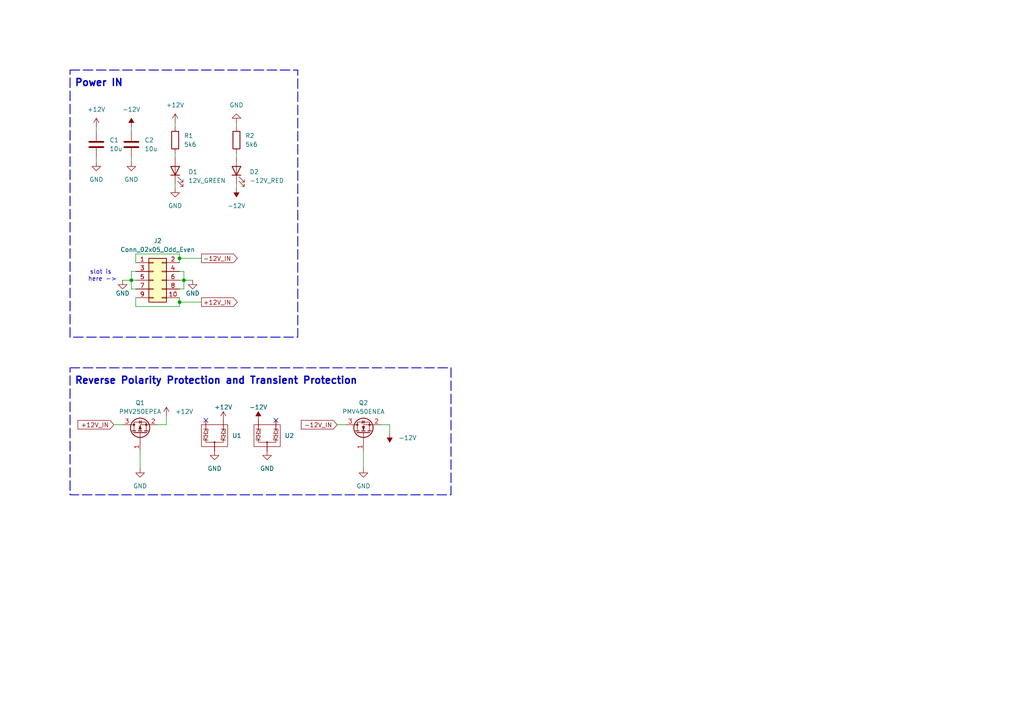
<source format=kicad_sch>
(kicad_sch (version 20231120) (generator "eeschema") (generator_version "8.0")
  (paper "A4")
  (title_block (title "Analog Computer Division Module") (date "2025-01-09") (rev "1"))
  (lib_symbols
    (symbol "Analog_computing:VCAN16A2-03S-E3-08" (pin_numbers hide) (pin_names (offset 0) hide)
      (property "Reference" "U" (at -1.27 0 0))
      (symbol "VCAN16A2-03S-E3-08_0_1"
        (polyline (pts (xy 0 -2.54) (xy 0.635 -2.54)))
        (polyline (pts (xy 0 2.54) (xy 0.635 2.54)))
        (polyline (pts (xy -1.27 -3.175) (xy -1.27 -1.905) (xy -0.635 -1.905)))
        (polyline (pts (xy -1.27 1.905) (xy -1.27 3.175) (xy -0.635 3.175)))
        (polyline (pts (xy 1.905 -1.905) (xy 1.905 -3.175) (xy 1.27 -3.175)))
        (polyline (pts (xy 1.905 3.175) (xy 1.905 1.905) (xy 1.27 1.905)))
        (polyline (pts (xy -1.27 -2.54) (xy 0 -1.905) (xy 0 -3.175) (xy -1.27 -2.54)))
        (polyline (pts (xy -1.27 2.54) (xy 0 3.175) (xy 0 1.905) (xy -1.27 2.54)))
        (polyline (pts (xy 0.635 -3.175) (xy 0.635 -1.905) (xy 1.905 -2.54) (xy 0.635 -3.175)))
        (polyline (pts (xy 0.635 3.175) (xy 0.635 1.905) (xy 1.905 2.54) (xy 0.635 3.175)))
        (polyline (pts (xy 1.905 2.54) (xy 2.54 2.54) (xy 2.54 -2.54) (xy 1.905 -2.54)))
      )
      (symbol "VCAN16A2-03S-E3-08_1_1"
        (rectangle (start -2.54 3.81) (end 3.81 -3.81))
        (circle (center 2.54 0) (radius 0.254) (stroke (width -0.0001)) (fill (type outline)))
        (pin input line (at -3.81 2.54 0) (length 2.54) (name "IN1") (number "1"))
        (pin input line (at -3.81 -2.54 0) (length 2.54) (name "IN2") (number "2"))
        (pin input line (at 5.08 0 180) (length 2.54) (name "OUT") (number "3"))
      )
    )
    (symbol "Connector_Generic:Conn_02x05_Odd_Even" (pin_names (offset 1.016) hide)
      (property "Reference" "J" (at 1.27 7.62 0))
      (property "Value" "Conn_02x05_Odd_Even" (at 1.27 -7.62 0))
      (symbol "Conn_02x05_Odd_Even_1_1"
        (rectangle (start -1.27 -4.953) (end 0 -5.207) (stroke (width 0.1524)))
        (rectangle (start -1.27 -2.413) (end 0 -2.667) (stroke (width 0.1524)))
        (rectangle (start -1.27 0.127) (end 0 -0.127) (stroke (width 0.1524)))
        (rectangle (start -1.27 2.667) (end 0 2.413) (stroke (width 0.1524)))
        (rectangle (start -1.27 5.207) (end 0 4.953) (stroke (width 0.1524)))
        (rectangle (start -1.27 6.35) (end 3.81 -6.35) (stroke (width 0.254)) (fill (type background)))
        (rectangle (start 3.81 -4.953) (end 2.54 -5.207) (stroke (width 0.1524)))
        (rectangle (start 3.81 -2.413) (end 2.54 -2.667) (stroke (width 0.1524)))
        (rectangle (start 3.81 0.127) (end 2.54 -0.127) (stroke (width 0.1524)))
        (rectangle (start 3.81 2.667) (end 2.54 2.413) (stroke (width 0.1524)))
        (rectangle (start 3.81 5.207) (end 2.54 4.953) (stroke (width 0.1524)))
        (pin passive line (at -5.08 5.08 0) (length 3.81) (name "Pin_1") (number "1"))
        (pin passive line (at 7.62 -5.08 180) (length 3.81) (name "Pin_10") (number "10"))
        (pin passive line (at 7.62 5.08 180) (length 3.81) (name "Pin_2") (number "2"))
        (pin passive line (at -5.08 2.54 0) (length 3.81) (name "Pin_3") (number "3"))
        (pin passive line (at 7.62 2.54 180) (length 3.81) (name "Pin_4") (number "4"))
        (pin passive line (at -5.08 0 0) (length 3.81) (name "Pin_5") (number "5"))
        (pin passive line (at 7.62 0 180) (length 3.81) (name "Pin_6") (number "6"))
        (pin passive line (at -5.08 -2.54 0) (length 3.81) (name "Pin_7") (number "7"))
        (pin passive line (at 7.62 -2.54 180) (length 3.81) (name "Pin_8") (number "8"))
        (pin passive line (at -5.08 -5.08 0) (length 3.81) (name "Pin_9") (number "9"))
      )
    )
    (symbol "Device:C" (pin_numbers hide) (pin_names (offset 0.254))
      (property "Reference" "C" (at 0.635 2.54 0))
      (property "Value" "C" (at 0.635 -2.54 0))
      (symbol "C_0_1"
        (polyline (pts (xy -2.032 -0.762) (xy 2.032 -0.762)) (stroke (width 0.508)))
        (polyline (pts (xy -2.032 0.762) (xy 2.032 0.762)) (stroke (width 0.508)))
      )
      (symbol "C_1_1"
        (pin passive line (at 0 3.81 270) (length 2.794) (name "~") (number "1"))
        (pin passive line (at 0 -3.81 90) (length 2.794) (name "~") (number "2"))
      )
    )
    (symbol "Device:LED" (pin_numbers hide) (pin_names (offset 1.016) hide)
      (property "Reference" "D" (at 0 2.54 0))
      (property "Value" "LED" (at 0 -2.54 0))
      (symbol "LED_0_1"
        (polyline (pts (xy -1.27 -1.27) (xy -1.27 1.27)) (stroke (width 0.254)))
        (polyline (pts (xy -1.27 0) (xy 1.27 0)))
        (polyline (pts (xy 1.27 -1.27) (xy 1.27 1.27) (xy -1.27 0) (xy 1.27 -1.27)) (stroke (width 0.254)))
        (polyline (pts (xy -3.048 -0.762) (xy -4.572 -2.286) (xy -3.81 -2.286) (xy -4.572 -2.286) (xy -4.572 -1.524)))
        (polyline (pts (xy -1.778 -0.762) (xy -3.302 -2.286) (xy -2.54 -2.286) (xy -3.302 -2.286) (xy -3.302 -1.524)))
      )
      (symbol "LED_1_1"
        (pin passive line (at -3.81 0 0) (length 2.54) (name "K") (number "1"))
        (pin passive line (at 3.81 0 180) (length 2.54) (name "A") (number "2"))
      )
    )
    (symbol "Device:Q_NMOS_GSD" (pin_names (offset 0) hide)
      (property "Reference" "Q" (at 5.08 1.27 0))
      (property "Value" "Q_NMOS_GSD" (at 5.08 -1.27 0))
      (symbol "Q_NMOS_GSD_0_1"
        (polyline (pts (xy 0.254 0) (xy -2.54 0)))
        (polyline (pts (xy 0.254 1.905) (xy 0.254 -1.905)) (stroke (width 0.254)))
        (polyline (pts (xy 0.762 -1.27) (xy 0.762 -2.286)) (stroke (width 0.254)))
        (polyline (pts (xy 0.762 0.508) (xy 0.762 -0.508)) (stroke (width 0.254)))
        (polyline (pts (xy 0.762 2.286) (xy 0.762 1.27)) (stroke (width 0.254)))
        (polyline (pts (xy 2.54 2.54) (xy 2.54 1.778)))
        (polyline (pts (xy 2.54 -2.54) (xy 2.54 0) (xy 0.762 0)))
        (polyline (pts (xy 0.762 -1.778) (xy 3.302 -1.778) (xy 3.302 1.778) (xy 0.762 1.778)))
        (polyline (pts (xy 1.016 0) (xy 2.032 0.381) (xy 2.032 -0.381) (xy 1.016 0)) (fill (type outline)))
        (polyline (pts (xy 2.794 0.508) (xy 2.921 0.381) (xy 3.683 0.381) (xy 3.81 0.254)))
        (polyline (pts (xy 3.302 0.381) (xy 2.921 -0.254) (xy 3.683 -0.254) (xy 3.302 0.381)))
        (circle (center 1.651 0) (radius 2.794) (stroke (width 0.254)))
        (circle (center 2.54 -1.778) (radius 0.254) (fill (type outline)))
        (circle (center 2.54 1.778) (radius 0.254) (fill (type outline)))
      )
      (symbol "Q_NMOS_GSD_1_1"
        (pin input line (at -5.08 0 0) (length 2.54) (name "G") (number "1"))
        (pin passive line (at 2.54 -5.08 90) (length 2.54) (name "S") (number "2"))
        (pin passive line (at 2.54 5.08 270) (length 2.54) (name "D") (number "3"))
      )
    )
    (symbol "Device:Q_PMOS_GSD" (pin_names (offset 0) hide)
      (property "Reference" "Q" (at 5.08 1.27 0))
      (property "Value" "Q_PMOS_GSD" (at 5.08 -1.27 0))
      (symbol "Q_PMOS_GSD_0_1"
        (polyline (pts (xy 0.254 0) (xy -2.54 0)))
        (polyline (pts (xy 0.254 1.905) (xy 0.254 -1.905)) (stroke (width 0.254)))
        (polyline (pts (xy 0.762 -1.27) (xy 0.762 -2.286)) (stroke (width 0.254)))
        (polyline (pts (xy 0.762 0.508) (xy 0.762 -0.508)) (stroke (width 0.254)))
        (polyline (pts (xy 0.762 2.286) (xy 0.762 1.27)) (stroke (width 0.254)))
        (polyline (pts (xy 2.54 2.54) (xy 2.54 1.778)))
        (polyline (pts (xy 2.54 -2.54) (xy 2.54 0) (xy 0.762 0)))
        (polyline (pts (xy 0.762 1.778) (xy 3.302 1.778) (xy 3.302 -1.778) (xy 0.762 -1.778)))
        (polyline (pts (xy 2.286 0) (xy 1.27 0.381) (xy 1.27 -0.381) (xy 2.286 0)) (fill (type outline)))
        (polyline (pts (xy 2.794 -0.508) (xy 2.921 -0.381) (xy 3.683 -0.381) (xy 3.81 -0.254)))
        (polyline (pts (xy 3.302 -0.381) (xy 2.921 0.254) (xy 3.683 0.254) (xy 3.302 -0.381)))
        (circle (center 1.651 0) (radius 2.794) (stroke (width 0.254)))
        (circle (center 2.54 -1.778) (radius 0.254) (fill (type outline)))
        (circle (center 2.54 1.778) (radius 0.254) (fill (type outline)))
      )
      (symbol "Q_PMOS_GSD_1_1"
        (pin input line (at -5.08 0 0) (length 2.54) (name "G") (number "1"))
        (pin passive line (at 2.54 -5.08 90) (length 2.54) (name "S") (number "2"))
        (pin passive line (at 2.54 5.08 270) (length 2.54) (name "D") (number "3"))
      )
    )
    (symbol "Device:R" (pin_numbers hide) (pin_names (offset 0))
      (property "Reference" "R" (at 2.032 0 90))
      (property "Value" "R" (at 0 0 90))
      (symbol "R_0_1"
        (rectangle (start -1.016 -2.54) (end 1.016 2.54) (stroke (width 0.254)))
      )
      (symbol "R_1_1"
        (pin passive line (at 0 3.81 270) (length 1.27) (name "~") (number "1"))
        (pin passive line (at 0 -3.81 90) (length 1.27) (name "~") (number "2"))
      )
    )
    (symbol "power:+12V" (power) (pin_numbers hide) (pin_names (offset 0) hide)
      (property "Value" "+12V" (at 0 3.556 0))
      (symbol "+12V_0_1"
        (polyline (pts (xy -0.762 1.27) (xy 0 2.54)))
        (polyline (pts (xy 0 0) (xy 0 2.54)))
        (polyline (pts (xy 0 2.54) (xy 0.762 1.27)))
      )
      (symbol "+12V_1_1"
        (pin power_in line (at 0 0 90) (length 0) (name "~") (number "1"))
      )
    )
    (symbol "power:-12V" (power) (pin_numbers hide) (pin_names (offset 0) hide)
      (property "Value" "-12V" (at 0 3.556 0))
      (symbol "-12V_0_0"
        (pin power_in line (at 0 0 90) (length 0) (name "~") (number "1"))
      )
      (symbol "-12V_0_1"
        (polyline (pts (xy 0 0) (xy 0 1.27) (xy 0.762 1.27) (xy 0 2.54) (xy -0.762 1.27) (xy 0 1.27)) (fill (type outline)))
      )
    )
    (symbol "power:GND" (power) (pin_numbers hide) (pin_names (offset 0) hide)
      (property "Value" "GND" (at 0 -3.81 0))
      (symbol "GND_0_1"
        (polyline (pts (xy 0 0) (xy 0 -1.27) (xy 1.27 -1.27) (xy 0 -2.54) (xy -1.27 -1.27) (xy 0 -1.27)))
      )
      (symbol "GND_1_1"
        (pin power_in line (at 0 0 270) (length 0) (name "~") (number "1"))
      )
    )
  )
  (junction (at 52.07 87.63))
  (junction (at 53.34 81.28))
  (junction (at 38.1 81.28))
  (junction (at 52.07 74.93))
  (no_connect (at 80.01 121.92))
  (no_connect (at 59.69 121.92))
  (wire (pts (xy 68.58 44.45) (xy 68.58 45.72)))
  (wire (pts (xy 68.58 53.34) (xy 68.58 54.61)))
  (wire (pts (xy 27.94 36.83) (xy 27.94 38.1)))
  (wire (pts (xy 35.56 81.28) (xy 38.1 81.28)))
  (wire (pts (xy 68.58 35.56) (xy 68.58 36.83)))
  (wire (pts (xy 52.07 86.36) (xy 52.07 87.63)))
  (wire (pts (xy 52.07 73.66) (xy 52.07 74.93)))
  (wire (pts (xy 50.8 53.34) (xy 50.8 54.61)))
  (wire (pts (xy 52.07 83.82) (xy 53.34 83.82)))
  (wire (pts (xy 27.94 45.72) (xy 27.94 46.99)))
  (wire (pts (xy 48.26 120.65) (xy 48.26 123.19)))
  (wire (pts (xy 113.03 123.19) (xy 110.49 123.19)))
  (wire (pts (xy 38.1 45.72) (xy 38.1 46.99)))
  (wire (pts (xy 105.41 130.81) (xy 105.41 135.89)))
  (wire (pts (xy 39.37 73.66) (xy 52.07 73.66)))
  (wire (pts (xy 52.07 74.93) (xy 58.42 74.93)))
  (wire (pts (xy 38.1 81.28) (xy 39.37 81.28)))
  (wire (pts (xy 38.1 83.82) (xy 38.1 81.28)))
  (wire (pts (xy 40.64 130.81) (xy 40.64 135.89)))
  (wire (pts (xy 38.1 78.74) (xy 38.1 81.28)))
  (wire (pts (xy 52.07 81.28) (xy 53.34 81.28)))
  (wire (pts (xy 39.37 73.66) (xy 39.37 76.2)))
  (wire (pts (xy 33.02 123.19) (xy 35.56 123.19)))
  (wire (pts (xy 39.37 88.9) (xy 52.07 88.9)))
  (wire (pts (xy 58.42 87.63) (xy 52.07 87.63)))
  (wire (pts (xy 53.34 78.74) (xy 53.34 81.28)))
  (wire (pts (xy 52.07 74.93) (xy 52.07 76.2)))
  (wire (pts (xy 38.1 36.83) (xy 38.1 38.1)))
  (wire (pts (xy 52.07 87.63) (xy 52.07 88.9)))
  (wire (pts (xy 53.34 83.82) (xy 53.34 81.28)))
  (wire (pts (xy 39.37 86.36) (xy 39.37 88.9)))
  (wire (pts (xy 45.72 123.19) (xy 48.26 123.19)))
  (wire (pts (xy 50.8 44.45) (xy 50.8 45.72)))
  (wire (pts (xy 52.07 78.74) (xy 53.34 78.74)))
  (wire (pts (xy 50.8 35.56) (xy 50.8 36.83)))
  (wire (pts (xy 113.03 125.73) (xy 113.03 123.19)))
  (wire (pts (xy 39.37 83.82) (xy 38.1 83.82)))
  (wire (pts (xy 39.37 78.74) (xy 38.1 78.74)))
  (wire (pts (xy 97.79 123.19) (xy 100.33 123.19)))
  (wire (pts (xy 53.34 81.28) (xy 55.88 81.28)))
  (rectangle (start 20.32 20.32) (end 86.36 97.79) (stroke (width 0.254) (type dash)))
  (rectangle (start 20.32 106.68) (end 130.81 143.51) (stroke (width 0.254) (type dash)))
  (text "Reverse Polarity Protection and Transient Protection" (at 21.59 110.49 0) (effects (font (size 2.032 2.032) (thickness 0.4064) (bold yes)) (justify left)))
  (text "Power IN" (at 21.59 24.13 0) (effects (font (size 2.032 2.032) (thickness 0.4064) (bold yes)) (justify left)))
  (text "slot is\n here ->" (at 29.21 80.01 0) (effects (font (size 1.27 1.27))))
  (global_label "+12V_IN" (shape input) (at 33.02 123.19 180) (property "Intersheetrefs" "${INTERSHEET_REFS}" (effects (hide yes))))
  (global_label "-12V_IN" (shape output) (at 58.42 74.93 0) (property "Intersheetrefs" "${INTERSHEET_REFS}" (effects (hide yes))))
  (global_label "-12V_IN" (shape input) (at 97.79 123.19 180) (property "Intersheetrefs" "${INTERSHEET_REFS}" (effects (hide yes))))
  (global_label "+12V_IN" (shape output) (at 58.42 87.63 0) (property "Intersheetrefs" "${INTERSHEET_REFS}" (effects (hide yes))))
  (symbol (lib_id "Device:LED") (at 50.8 49.53 90) (unit 1)
    (property "Reference" "D1" (at 54.61 49.8474 90) (effects (justify right)))
    (property "Value" "12V_GREEN" (at 54.61 52.3874 90) (effects (justify right)))
    (property "Footprint" "LED_SMD:LED_1206_3216Metric" (effects (hide yes)))
    (property "Description" "Light emitting diode" (effects (hide yes)))
  )
  (symbol (lib_id "Device:Q_PMOS_GSD") (at 40.64 125.73 90) (unit 1)
    (property "Reference" "Q1" (at 40.64 116.84 90))
    (property "Value" "PMV250EPEA" (at 40.64 119.38 90))
    (property "Footprint" "Package_TO_SOT_SMD:SOT-23_Handsoldering" (effects (hide yes)))
    (property "Description" "P-MOSFET transistor, gate/source/drain" (effects (hide yes)))
  )
  (symbol (lib_id "power:-12V") (at 113.03 125.73 180) (unit 1)
    (property "Reference" "#PWR016" (effects (hide yes)))
    (property "Value" "-12V" (at 115.57 126.9999 0) (effects (justify right)))
    (property "Description" "Power symbol creates a global label with name \"-12V\"" (effects (hide yes)))
  )
  (symbol (lib_id "power:GND") (at 38.1 46.99 0) (unit 1)
    (property "Reference" "#PWR08" (effects (hide yes)))
    (property "Value" "GND" (at 38.1 52.07 0))
    (property "Description" "Power symbol creates a global label with name \"GND\" , ground" (effects (hide yes)))
  )
  (symbol (lib_id "Analog_computing:VCAN16A2-03S-E3-08") (at 62.23 125.73 270) (unit 1)
    (property "Reference" "U1" (at 67.31 126.3649 90) (effects (justify left)))
    (property "Value" "VCAN16A2" (effects (hide yes)))
    (property "Footprint" "analog_computing:VCAN16A2-03S-E3-08" (effects (hide yes)))
  )
  (symbol (lib_id "power:-12V") (at 68.58 54.61 180) (unit 1)
    (property "Reference" "#PWR010" (effects (hide yes)))
    (property "Value" "-12V" (at 68.58 59.69 0))
    (property "Description" "Power symbol creates a global label with name \"-12V\"" (effects (hide yes)))
  )
  (symbol (lib_id "power:GND") (at 40.64 135.89 0) (unit 1)
    (property "Reference" "#PWR019" (effects (hide yes)))
    (property "Value" "GND" (at 40.64 140.97 0))
    (property "Description" "Power symbol creates a global label with name \"GND\" , ground" (effects (hide yes)))
  )
  (symbol (lib_id "power:GND") (at 55.88 81.28 0) (unit 1)
    (property "Reference" "#PWR012" (effects (hide yes)))
    (property "Value" "GND" (at 55.88 85.09 0))
    (property "Description" "Power symbol creates a global label with name \"GND\" , ground" (effects (hide yes)))
  )
  (symbol (lib_id "Device:C") (at 27.94 41.91 0) (unit 1)
    (property "Reference" "C1" (at 31.75 40.6399 0) (effects (justify left)))
    (property "Value" "10u" (at 31.75 43.1799 0) (effects (justify left)))
    (property "Footprint" "Capacitor_SMD:C_1206_3216Metric_Pad1.33x1.80mm_HandSolder" (effects (hide yes)))
    (property "Description" "Unpolarized capacitor" (effects (hide yes)))
  )
  (symbol (lib_id "Device:C") (at 38.1 41.91 0) (unit 1)
    (property "Reference" "C2" (at 41.91 40.6399 0) (effects (justify left)))
    (property "Value" "10u" (at 41.91 43.1799 0) (effects (justify left)))
    (property "Footprint" "Capacitor_SMD:C_1206_3216Metric_Pad1.33x1.80mm_HandSolder" (effects (hide yes)))
    (property "Description" "Unpolarized capacitor" (effects (hide yes)))
  )
  (symbol (lib_id "Device:R") (at 68.58 40.64 0) (unit 1)
    (property "Reference" "R2" (at 71.12 39.3699 0) (effects (justify left)))
    (property "Value" "5k6" (at 71.12 41.9099 0) (effects (justify left)))
    (property "Footprint" "Resistor_SMD:R_1206_3216Metric_Pad1.30x1.75mm_HandSolder" (effects (hide yes)))
    (property "Description" "Resistor" (effects (hide yes)))
  )
  (symbol (lib_id "power:GND") (at 35.56 81.28 0) (unit 1)
    (property "Reference" "#PWR011" (effects (hide yes)))
    (property "Value" "GND" (at 35.56 85.09 0))
    (property "Description" "Power symbol creates a global label with name \"GND\" , ground" (effects (hide yes)))
  )
  (symbol (lib_id "power:-12V") (at 38.1 36.83 0) (unit 1)
    (property "Reference" "#PWR06" (effects (hide yes)))
    (property "Value" "-12V" (at 38.1 31.75 0))
    (property "Description" "Power symbol creates a global label with name \"-12V\"" (effects (hide yes)))
  )
  (symbol (lib_id "power:+12V") (at 27.94 36.83 0) (unit 1)
    (property "Reference" "#PWR05" (effects (hide yes)))
    (property "Value" "+12V" (at 27.94 31.75 0))
    (property "Description" "Power symbol creates a global label with name \"+12V\"" (effects (hide yes)))
  )
  (symbol (lib_id "power:-12V") (at 74.93 121.92 0) (unit 1)
    (property "Reference" "#PWR015" (effects (hide yes)))
    (property "Value" "-12V" (at 74.93 118.11 0))
    (property "Description" "Power symbol creates a global label with name \"-12V\"" (effects (hide yes)))
  )
  (symbol (lib_id "Analog_computing:VCAN16A2-03S-E3-08") (at 77.47 125.73 270) (unit 1)
    (property "Reference" "U2" (at 82.55 126.3649 90) (effects (justify left)))
    (property "Value" "VCAN16A2" (effects (hide yes)))
    (property "Footprint" "analog_computing:VCAN16A2-03S-E3-08" (effects (hide yes)))
  )
  (symbol (lib_id "power:GND") (at 50.8 54.61 0) (unit 1)
    (property "Reference" "#PWR09" (effects (hide yes)))
    (property "Value" "GND" (at 50.8 59.69 0))
    (property "Description" "Power symbol creates a global label with name \"GND\" , ground" (effects (hide yes)))
  )
  (symbol (lib_id "power:GND") (at 77.47 130.81 0) (unit 1)
    (property "Reference" "#PWR018" (effects (hide yes)))
    (property "Value" "GND" (at 77.47 135.89 0))
    (property "Description" "Power symbol creates a global label with name \"GND\" , ground" (effects (hide yes)))
  )
  (symbol (lib_id "power:GND") (at 105.41 135.89 0) (unit 1)
    (property "Reference" "#PWR020" (effects (hide yes)))
    (property "Value" "GND" (at 105.41 140.97 0))
    (property "Description" "Power symbol creates a global label with name \"GND\" , ground" (effects (hide yes)))
  )
  (symbol (lib_id "Device:LED") (at 68.58 49.53 90) (unit 1)
    (property "Reference" "D2" (at 72.39 49.8474 90) (effects (justify right)))
    (property "Value" "-12V_RED" (at 72.39 52.3874 90) (effects (justify right)))
    (property "Footprint" "LED_SMD:LED_1206_3216Metric" (effects (hide yes)))
    (property "Description" "Light emitting diode" (effects (hide yes)))
  )
  (symbol (lib_id "power:GND") (at 62.23 130.81 0) (unit 1)
    (property "Reference" "#PWR017" (effects (hide yes)))
    (property "Value" "GND" (at 62.23 135.89 0))
    (property "Description" "Power symbol creates a global label with name \"GND\" , ground" (effects (hide yes)))
  )
  (symbol (lib_id "power:GND") (at 68.58 35.56 180) (unit 1)
    (property "Reference" "#PWR04" (effects (hide yes)))
    (property "Value" "GND" (at 68.58 30.48 0))
    (property "Description" "Power symbol creates a global label with name \"GND\" , ground" (effects (hide yes)))
  )
  (symbol (lib_id "Connector_Generic:Conn_02x05_Odd_Even") (at 44.45 81.28 0) (unit 1)
    (property "Reference" "J2" (at 45.72 69.85 0))
    (property "Value" "Conn_02x05_Odd_Even" (at 45.72 72.39 0))
    (property "Footprint" "Connector_PinHeader_2.54mm:PinHeader_2x05_P2.54mm_Vertical" (effects (hide yes)))
    (property "Description" "Generic connector, double row, 02x05, odd/even pin numbering scheme (row 1 odd numbers, row 2 even numbers), script generated (kicad-library-utils/schlib/autogen/connector/)" (effects (hide yes)))
  )
  (symbol (lib_id "power:+12V") (at 48.26 120.65 0) (unit 1)
    (property "Reference" "#PWR013" (effects (hide yes)))
    (property "Value" "+12V" (at 50.8 119.3799 0) (effects (justify left)))
    (property "Description" "Power symbol creates a global label with name \"+12V\"" (effects (hide yes)))
  )
  (symbol (lib_id "Device:Q_NMOS_GSD") (at 105.41 125.73 90) (unit 1)
    (property "Reference" "Q2" (at 105.41 116.84 90))
    (property "Value" "PMV450ENEA" (at 105.41 119.38 90))
    (property "Footprint" "Package_TO_SOT_SMD:SOT-23_Handsoldering" (effects (hide yes)))
    (property "Description" "N-MOSFET transistor, gate/source/drain" (effects (hide yes)))
  )
  (symbol (lib_id "Device:R") (at 50.8 40.64 0) (unit 1)
    (property "Reference" "R1" (at 53.34 39.3699 0) (effects (justify left)))
    (property "Value" "5k6" (at 53.34 41.9099 0) (effects (justify left)))
    (property "Footprint" "Resistor_SMD:R_1206_3216Metric_Pad1.30x1.75mm_HandSolder" (effects (hide yes)))
    (property "Description" "Resistor" (effects (hide yes)))
  )
  (symbol (lib_id "power:+12V") (at 50.8 35.56 0) (unit 1)
    (property "Reference" "#PWR03" (effects (hide yes)))
    (property "Value" "+12V" (at 50.8 30.48 0))
    (property "Description" "Power symbol creates a global label with name \"+12V\"" (effects (hide yes)))
  )
  (symbol (lib_id "power:+12V") (at 64.77 121.92 0) (unit 1)
    (property "Reference" "#PWR014" (effects (hide yes)))
    (property "Value" "+12V" (at 64.77 118.11 0))
    (property "Description" "Power symbol creates a global label with name \"+12V\"" (effects (hide yes)))
  )
  (symbol (lib_id "power:GND") (at 27.94 46.99 0) (unit 1)
    (property "Reference" "#PWR07" (effects (hide yes)))
    (property "Value" "GND" (at 27.94 52.07 0))
    (property "Description" "Power symbol creates a global label with name \"GND\" , ground" (effects (hide yes)))
  )
)
</source>
